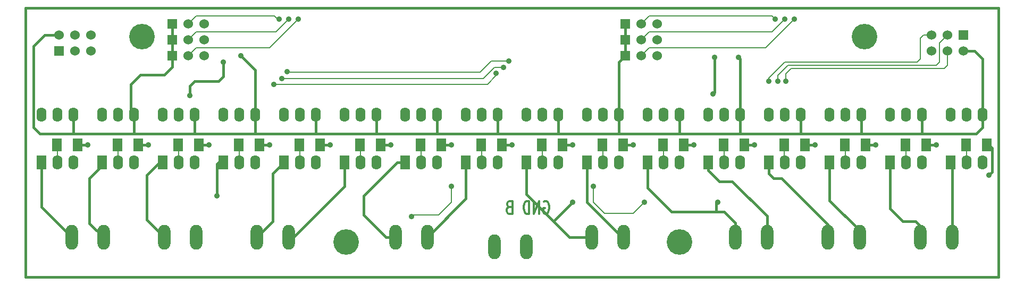
<source format=gbl>
G04 (created by PCBNEW-RS274X (2012-01-19 BZR 3256)-stable) date mar. 15 mai 2012 18:10:56 CEST*
G01*
G70*
G90*
%MOIN*%
G04 Gerber Fmt 3.4, Leading zero omitted, Abs format*
%FSLAX34Y34*%
G04 APERTURE LIST*
%ADD10C,0.006000*%
%ADD11C,0.012000*%
%ADD12C,0.015000*%
%ADD13R,0.060000X0.060000*%
%ADD14C,0.060000*%
%ADD15R,0.062000X0.090000*%
%ADD16O,0.062000X0.090000*%
%ADD17O,0.078000X0.156000*%
%ADD18R,0.060000X0.080000*%
%ADD19C,0.160000*%
%ADD20C,0.035000*%
%ADD21C,0.015900*%
%ADD22C,0.008000*%
G04 APERTURE END LIST*
G54D10*
G54D11*
X62186Y-56962D02*
X62243Y-56924D01*
X62329Y-56924D01*
X62414Y-56962D01*
X62472Y-57038D01*
X62500Y-57114D01*
X62529Y-57267D01*
X62529Y-57381D01*
X62500Y-57533D01*
X62472Y-57610D01*
X62414Y-57686D01*
X62329Y-57724D01*
X62272Y-57724D01*
X62186Y-57686D01*
X62157Y-57648D01*
X62157Y-57381D01*
X62272Y-57381D01*
X61900Y-57724D02*
X61900Y-56924D01*
X61557Y-57724D01*
X61557Y-56924D01*
X61271Y-57724D02*
X61271Y-56924D01*
X61128Y-56924D01*
X61043Y-56962D01*
X60985Y-57038D01*
X60957Y-57114D01*
X60928Y-57267D01*
X60928Y-57381D01*
X60957Y-57533D01*
X60985Y-57610D01*
X61043Y-57686D01*
X61128Y-57724D01*
X61271Y-57724D01*
X60014Y-57305D02*
X59928Y-57343D01*
X59900Y-57381D01*
X59871Y-57457D01*
X59871Y-57571D01*
X59900Y-57648D01*
X59928Y-57686D01*
X59986Y-57724D01*
X60214Y-57724D01*
X60214Y-56924D01*
X60014Y-56924D01*
X59957Y-56962D01*
X59928Y-57000D01*
X59900Y-57076D01*
X59900Y-57152D01*
X59928Y-57229D01*
X59957Y-57267D01*
X60014Y-57305D01*
X60214Y-57305D01*
G54D12*
X90700Y-61700D02*
X90700Y-44800D01*
X29700Y-61700D02*
X90700Y-61700D01*
X29700Y-44800D02*
X29700Y-61700D01*
X90700Y-44800D02*
X29700Y-44800D01*
G54D13*
X67300Y-47800D03*
G54D14*
X68300Y-47800D03*
X69300Y-47800D03*
G54D13*
X67300Y-46800D03*
G54D14*
X68300Y-46800D03*
X69300Y-46800D03*
G54D13*
X67300Y-45800D03*
G54D14*
X68300Y-45800D03*
X69300Y-45800D03*
G54D15*
X61100Y-54500D03*
G54D16*
X62100Y-54500D03*
X63100Y-54500D03*
X63100Y-51500D03*
X62100Y-51500D03*
X61100Y-51500D03*
G54D15*
X64900Y-54500D03*
G54D16*
X65900Y-54500D03*
X66900Y-54500D03*
X66900Y-51500D03*
X65900Y-51500D03*
X64900Y-51500D03*
G54D15*
X68700Y-54500D03*
G54D16*
X69700Y-54500D03*
X70700Y-54500D03*
X70700Y-51500D03*
X69700Y-51500D03*
X68700Y-51500D03*
G54D15*
X72500Y-54500D03*
G54D16*
X73500Y-54500D03*
X74500Y-54500D03*
X74500Y-51500D03*
X73500Y-51500D03*
X72500Y-51500D03*
G54D15*
X76300Y-54500D03*
G54D16*
X77300Y-54500D03*
X78300Y-54500D03*
X78300Y-51500D03*
X77300Y-51500D03*
X76300Y-51500D03*
G54D15*
X80100Y-54500D03*
G54D16*
X81100Y-54500D03*
X82100Y-54500D03*
X82100Y-51500D03*
X81100Y-51500D03*
X80100Y-51500D03*
G54D15*
X83900Y-54500D03*
G54D16*
X84900Y-54500D03*
X85900Y-54500D03*
X85900Y-51500D03*
X84900Y-51500D03*
X83900Y-51500D03*
G54D15*
X87700Y-54500D03*
G54D16*
X88700Y-54500D03*
X89700Y-54500D03*
X89700Y-51500D03*
X88700Y-51500D03*
X87700Y-51500D03*
G54D15*
X30700Y-54500D03*
G54D16*
X31700Y-54500D03*
X32700Y-54500D03*
X32700Y-51500D03*
X31700Y-51500D03*
X30700Y-51500D03*
G54D15*
X34500Y-54500D03*
G54D16*
X35500Y-54500D03*
X36500Y-54500D03*
X36500Y-51500D03*
X35500Y-51500D03*
X34500Y-51500D03*
G54D15*
X38300Y-54500D03*
G54D16*
X39300Y-54500D03*
X40300Y-54500D03*
X40300Y-51500D03*
X39300Y-51500D03*
X38300Y-51500D03*
G54D15*
X42100Y-54500D03*
G54D16*
X43100Y-54500D03*
X44100Y-54500D03*
X44100Y-51500D03*
X43100Y-51500D03*
X42100Y-51500D03*
G54D15*
X45900Y-54500D03*
G54D16*
X46900Y-54500D03*
X47900Y-54500D03*
X47900Y-51500D03*
X46900Y-51500D03*
X45900Y-51500D03*
G54D15*
X49700Y-54500D03*
G54D16*
X50700Y-54500D03*
X51700Y-54500D03*
X51700Y-51500D03*
X50700Y-51500D03*
X49700Y-51500D03*
G54D15*
X53500Y-54500D03*
G54D16*
X54500Y-54500D03*
X55500Y-54500D03*
X55500Y-51500D03*
X54500Y-51500D03*
X53500Y-51500D03*
G54D15*
X57300Y-54500D03*
G54D16*
X58300Y-54500D03*
X59300Y-54500D03*
X59300Y-51500D03*
X58300Y-51500D03*
X57300Y-51500D03*
G54D17*
X52910Y-59200D03*
X54880Y-59200D03*
X44210Y-59200D03*
X46180Y-59200D03*
X38410Y-59200D03*
X40380Y-59200D03*
X32610Y-59200D03*
X34580Y-59200D03*
X85810Y-59200D03*
X87780Y-59200D03*
X80010Y-59200D03*
X81980Y-59200D03*
X74210Y-59200D03*
X76180Y-59200D03*
X65210Y-59200D03*
X67180Y-59200D03*
G54D13*
X31800Y-47500D03*
G54D14*
X31800Y-46500D03*
X32800Y-47500D03*
X32800Y-46500D03*
X33800Y-47500D03*
X33800Y-46500D03*
G54D13*
X88500Y-46500D03*
G54D14*
X88500Y-47500D03*
X87500Y-46500D03*
X87500Y-47500D03*
X86500Y-46500D03*
X86500Y-47500D03*
G54D17*
X59110Y-59800D03*
X61080Y-59800D03*
G54D13*
X38900Y-47800D03*
G54D14*
X39900Y-47800D03*
X40900Y-47800D03*
G54D13*
X38900Y-46800D03*
G54D14*
X39900Y-46800D03*
X40900Y-46800D03*
G54D13*
X38900Y-45800D03*
G54D14*
X39900Y-45800D03*
X40900Y-45800D03*
G54D18*
X58250Y-53400D03*
X59550Y-53400D03*
X54450Y-53400D03*
X55750Y-53400D03*
X50650Y-53400D03*
X51950Y-53400D03*
X46850Y-53400D03*
X48150Y-53400D03*
X43050Y-53400D03*
X44350Y-53400D03*
X39250Y-53400D03*
X40550Y-53400D03*
X35450Y-53400D03*
X36750Y-53400D03*
X31650Y-53400D03*
X32950Y-53400D03*
X88650Y-53400D03*
X89950Y-53400D03*
X84850Y-53400D03*
X86150Y-53400D03*
X81050Y-53400D03*
X82350Y-53400D03*
X77250Y-53400D03*
X78550Y-53400D03*
X73450Y-53400D03*
X74750Y-53400D03*
X69650Y-53400D03*
X70950Y-53400D03*
X65850Y-53400D03*
X67150Y-53400D03*
X62050Y-53400D03*
X63350Y-53400D03*
G54D19*
X37000Y-46600D03*
X82300Y-46600D03*
X70700Y-59500D03*
X49800Y-59500D03*
G54D20*
X72900Y-47900D03*
X72800Y-50200D03*
X40000Y-50300D03*
X42100Y-48200D03*
X59200Y-48900D03*
X45250Y-49600D03*
X76300Y-49400D03*
X73100Y-57000D03*
X64000Y-57000D03*
X41700Y-56600D03*
X45750Y-49250D03*
X59650Y-48550D03*
X76850Y-49400D03*
X60000Y-48150D03*
X77350Y-49400D03*
X46100Y-48800D03*
X43200Y-47800D03*
X74400Y-47900D03*
X45000Y-53400D03*
X60200Y-53400D03*
X33600Y-53400D03*
X71600Y-53400D03*
X90100Y-55300D03*
X83000Y-53400D03*
X41200Y-53400D03*
X79200Y-53400D03*
X75400Y-53400D03*
X67800Y-53400D03*
X64000Y-53400D03*
X86800Y-53400D03*
X37400Y-53400D03*
X48800Y-53400D03*
X56400Y-53400D03*
X52600Y-53400D03*
X68500Y-57000D03*
X65300Y-56000D03*
X46200Y-45500D03*
X77900Y-45500D03*
X76700Y-45500D03*
X56400Y-56000D03*
X53900Y-57900D03*
X77300Y-45500D03*
X45600Y-45500D03*
X46800Y-45500D03*
G54D21*
X72900Y-50100D02*
X72900Y-47900D01*
X72800Y-50200D02*
X72900Y-50100D01*
X40000Y-50300D02*
X40000Y-49700D01*
X40000Y-49700D02*
X40300Y-49400D01*
X40300Y-49400D02*
X41800Y-49400D01*
X41800Y-49400D02*
X42100Y-49100D01*
X42100Y-49100D02*
X42100Y-48200D01*
G54D22*
X58650Y-49600D02*
X59200Y-49050D01*
X59200Y-48900D02*
X59200Y-49050D01*
X58650Y-49600D02*
X45250Y-49600D01*
X76300Y-49400D02*
X76300Y-49200D01*
X86000Y-46500D02*
X86500Y-46500D01*
X85800Y-46700D02*
X86000Y-46500D01*
X85800Y-48000D02*
X85800Y-46700D01*
X85600Y-48200D02*
X85800Y-48000D01*
X77300Y-48200D02*
X85600Y-48200D01*
X76300Y-49200D02*
X77300Y-48200D01*
G54D21*
X57300Y-56780D02*
X54880Y-59200D01*
X57300Y-54500D02*
X57300Y-56780D01*
X53000Y-54500D02*
X50900Y-56600D01*
X52300Y-59200D02*
X52910Y-59200D01*
X50900Y-56600D02*
X50900Y-57800D01*
X50900Y-57800D02*
X52300Y-59200D01*
X53500Y-54500D02*
X53000Y-54500D01*
X81980Y-58780D02*
X80100Y-56900D01*
X80100Y-56900D02*
X80100Y-54500D01*
X81980Y-59200D02*
X81980Y-58780D01*
X77100Y-55500D02*
X76600Y-55500D01*
X80010Y-58410D02*
X77100Y-55500D01*
X76600Y-55500D02*
X76300Y-55200D01*
X76300Y-55200D02*
X76300Y-54500D01*
X80010Y-59200D02*
X80010Y-58410D01*
X76180Y-57880D02*
X74000Y-55700D01*
X73200Y-55700D02*
X72500Y-55000D01*
X76180Y-59200D02*
X76180Y-57880D01*
X72500Y-55000D02*
X72500Y-54500D01*
X74000Y-55700D02*
X73200Y-55700D01*
X74210Y-59200D02*
X74210Y-58310D01*
X73000Y-57600D02*
X70200Y-57600D01*
X73000Y-57100D02*
X73100Y-57000D01*
X74210Y-58310D02*
X73500Y-57600D01*
X68700Y-56100D02*
X68700Y-54500D01*
X70200Y-57600D02*
X68700Y-56100D01*
X73500Y-57600D02*
X73000Y-57600D01*
X73000Y-57600D02*
X73000Y-57100D01*
X67180Y-59200D02*
X67100Y-59200D01*
X67100Y-59200D02*
X64900Y-57000D01*
X64900Y-57000D02*
X64900Y-54500D01*
X62800Y-58200D02*
X64000Y-57000D01*
X62800Y-58200D02*
X61100Y-56500D01*
X63800Y-59200D02*
X62800Y-58200D01*
X65210Y-59200D02*
X63800Y-59200D01*
X61100Y-56500D02*
X61100Y-54500D01*
X46180Y-59200D02*
X46500Y-59200D01*
X49700Y-56000D02*
X49700Y-54500D01*
X46500Y-59200D02*
X49700Y-56000D01*
X45200Y-55200D02*
X45900Y-54500D01*
X44210Y-59190D02*
X45200Y-58200D01*
X45200Y-58200D02*
X45200Y-55200D01*
X44210Y-59200D02*
X44210Y-59190D01*
X41800Y-54500D02*
X41700Y-54600D01*
X41700Y-54600D02*
X41700Y-56600D01*
X42100Y-54500D02*
X41800Y-54500D01*
X37300Y-55300D02*
X37300Y-58090D01*
X38300Y-54500D02*
X38100Y-54500D01*
X37300Y-58090D02*
X38410Y-59200D01*
X38100Y-54500D02*
X37300Y-55300D01*
X34500Y-54500D02*
X34500Y-54700D01*
X33700Y-55500D02*
X33700Y-58320D01*
X33700Y-58320D02*
X34580Y-59200D01*
X34500Y-54700D02*
X33700Y-55500D01*
X30700Y-54500D02*
X30700Y-57290D01*
X30700Y-57290D02*
X32610Y-59200D01*
X87780Y-54580D02*
X87700Y-54500D01*
X87780Y-59200D02*
X87780Y-54580D01*
X85810Y-59200D02*
X85810Y-58510D01*
X83900Y-57400D02*
X83900Y-54500D01*
X85500Y-58200D02*
X84700Y-58200D01*
X84700Y-58200D02*
X83900Y-57400D01*
X85810Y-58510D02*
X85500Y-58200D01*
G54D22*
X59100Y-48550D02*
X59650Y-48550D01*
X58400Y-49250D02*
X45750Y-49250D01*
X58400Y-49250D02*
X59100Y-48550D01*
X76850Y-49400D02*
X76850Y-49050D01*
X87000Y-47000D02*
X87500Y-46500D01*
X87000Y-48200D02*
X87000Y-47000D01*
X86800Y-48400D02*
X87000Y-48200D01*
X77500Y-48400D02*
X86800Y-48400D01*
X76850Y-49050D02*
X77500Y-48400D01*
X77350Y-49400D02*
X77350Y-48950D01*
X87500Y-48400D02*
X87500Y-47500D01*
X87300Y-48600D02*
X87500Y-48400D01*
X77700Y-48600D02*
X87300Y-48600D01*
X77350Y-48950D02*
X77700Y-48600D01*
X60000Y-48150D02*
X58900Y-48150D01*
X58200Y-48850D02*
X46150Y-48850D01*
X46150Y-48850D02*
X46100Y-48800D01*
X58900Y-48150D02*
X58200Y-48850D01*
X77350Y-49400D02*
X77400Y-49400D01*
G54D21*
X44100Y-48700D02*
X44100Y-51500D01*
X30600Y-52700D02*
X30200Y-52300D01*
X82100Y-52700D02*
X85900Y-52700D01*
X78300Y-51500D02*
X78300Y-52700D01*
X38900Y-46800D02*
X38900Y-47800D01*
X37600Y-52700D02*
X40300Y-52700D01*
X44100Y-52700D02*
X47900Y-52700D01*
X74500Y-52700D02*
X78300Y-52700D01*
X63100Y-52700D02*
X63100Y-51500D01*
X63100Y-52700D02*
X66900Y-52700D01*
X78300Y-52700D02*
X82100Y-52700D01*
X59300Y-52700D02*
X63100Y-52700D01*
X40300Y-51500D02*
X40300Y-52700D01*
X36500Y-51500D02*
X36300Y-51300D01*
X38400Y-49000D02*
X38900Y-48500D01*
X74400Y-47900D02*
X74500Y-48000D01*
X40300Y-52700D02*
X44100Y-52700D01*
X36500Y-52700D02*
X36700Y-52700D01*
X67300Y-47800D02*
X66900Y-48200D01*
X59300Y-52700D02*
X59300Y-51500D01*
X66900Y-48200D02*
X66900Y-51500D01*
X47900Y-52700D02*
X51700Y-52700D01*
X85900Y-52700D02*
X89300Y-52700D01*
X89700Y-48000D02*
X89200Y-47500D01*
X30200Y-47200D02*
X30900Y-46500D01*
X47900Y-51500D02*
X47900Y-52700D01*
X74500Y-48000D02*
X74500Y-51500D01*
X30900Y-46500D02*
X31800Y-46500D01*
X32900Y-52700D02*
X36500Y-52700D01*
X32700Y-52700D02*
X30600Y-52700D01*
X55500Y-51500D02*
X55500Y-52700D01*
X70700Y-52700D02*
X70700Y-51500D01*
X66900Y-52700D02*
X70700Y-52700D01*
X36500Y-51500D02*
X36500Y-52700D01*
X70700Y-52700D02*
X74500Y-52700D01*
X36900Y-49000D02*
X38100Y-49000D01*
X85900Y-51500D02*
X85900Y-52700D01*
X38900Y-48500D02*
X38900Y-47800D01*
X66900Y-52700D02*
X66900Y-51500D01*
X51700Y-52700D02*
X55500Y-52700D01*
X51700Y-51500D02*
X51700Y-52700D01*
X67300Y-45800D02*
X67300Y-46800D01*
X36900Y-49000D02*
X36300Y-49600D01*
X32700Y-51500D02*
X32700Y-52700D01*
X89200Y-47500D02*
X88500Y-47500D01*
X89300Y-52700D02*
X89700Y-52300D01*
X32700Y-52700D02*
X32900Y-52700D01*
X44100Y-51500D02*
X44100Y-52700D01*
X43200Y-47800D02*
X44100Y-48700D01*
X89700Y-52300D02*
X89700Y-51500D01*
X82100Y-52700D02*
X82100Y-51500D01*
X36300Y-49600D02*
X36300Y-51300D01*
X38400Y-49000D02*
X38100Y-49000D01*
X36700Y-52700D02*
X37600Y-52700D01*
X30200Y-52300D02*
X30200Y-47200D01*
X89700Y-51500D02*
X89700Y-48000D01*
X38900Y-45800D02*
X38900Y-46800D01*
X55500Y-52700D02*
X59300Y-52700D01*
X74500Y-51500D02*
X74500Y-52700D01*
X67300Y-46800D02*
X67300Y-47800D01*
X45000Y-53400D02*
X44350Y-53400D01*
X32950Y-53400D02*
X33600Y-53400D01*
X59550Y-53400D02*
X60200Y-53400D01*
X86150Y-53400D02*
X86800Y-53400D01*
X90300Y-55100D02*
X90100Y-55300D01*
X90300Y-53600D02*
X90300Y-55100D01*
X90100Y-53400D02*
X90300Y-53600D01*
X74750Y-53400D02*
X75400Y-53400D01*
X70950Y-53400D02*
X71600Y-53400D01*
X67800Y-53400D02*
X67150Y-53400D01*
X82350Y-53400D02*
X83000Y-53400D01*
X64000Y-53400D02*
X63350Y-53400D01*
X78550Y-53400D02*
X79200Y-53400D01*
X40550Y-53400D02*
X41200Y-53400D01*
X36750Y-53400D02*
X37400Y-53400D01*
X89950Y-53400D02*
X90100Y-53400D01*
X55750Y-53400D02*
X56400Y-53400D01*
X48150Y-53400D02*
X48800Y-53400D01*
X51950Y-53400D02*
X52600Y-53400D01*
G54D22*
X77250Y-53400D02*
X77250Y-54450D01*
X77250Y-54450D02*
X77300Y-54500D01*
X88700Y-54500D02*
X88700Y-53450D01*
X88700Y-53450D02*
X88650Y-53400D01*
X65900Y-54500D02*
X65900Y-53450D01*
X65900Y-53450D02*
X65850Y-53400D01*
X65300Y-57000D02*
X66000Y-57700D01*
X65300Y-56000D02*
X65300Y-57000D01*
X67800Y-57700D02*
X68500Y-57000D01*
X66000Y-57700D02*
X67800Y-57700D01*
X40400Y-46300D02*
X45400Y-46300D01*
X39900Y-46800D02*
X40400Y-46300D01*
X46200Y-45500D02*
X45400Y-46300D01*
X77900Y-45500D02*
X76100Y-47300D01*
X68800Y-47300D02*
X68300Y-47800D01*
X76100Y-47300D02*
X68800Y-47300D01*
X76700Y-45500D02*
X76500Y-45300D01*
X68800Y-45300D02*
X68300Y-45800D01*
X76500Y-45300D02*
X68800Y-45300D01*
X56400Y-57000D02*
X56400Y-56000D01*
X54000Y-57800D02*
X55600Y-57800D01*
X55600Y-57800D02*
X56400Y-57000D01*
X53900Y-57900D02*
X54000Y-57800D01*
X69700Y-53450D02*
X69650Y-53400D01*
X69700Y-54500D02*
X69700Y-53450D01*
X31700Y-54500D02*
X31700Y-53450D01*
X31700Y-53450D02*
X31650Y-53400D01*
X43100Y-54500D02*
X43100Y-53450D01*
X43100Y-53450D02*
X43050Y-53400D01*
X73500Y-54500D02*
X73500Y-53450D01*
X73500Y-53450D02*
X73450Y-53400D01*
X35500Y-54500D02*
X35500Y-53450D01*
X35500Y-53450D02*
X35450Y-53400D01*
X39300Y-54500D02*
X39300Y-53450D01*
X39300Y-53450D02*
X39250Y-53400D01*
X84900Y-54500D02*
X84900Y-53450D01*
X84900Y-53450D02*
X84850Y-53400D01*
X62100Y-53450D02*
X62050Y-53400D01*
X62100Y-54500D02*
X62100Y-53450D01*
X81100Y-54500D02*
X81100Y-53450D01*
X81100Y-53450D02*
X81050Y-53400D01*
X50700Y-54500D02*
X50700Y-53450D01*
X50700Y-53450D02*
X50650Y-53400D01*
X54500Y-54500D02*
X54500Y-53450D01*
X54500Y-53450D02*
X54450Y-53400D01*
X68800Y-46300D02*
X68300Y-46800D01*
X69000Y-46300D02*
X68800Y-46300D01*
X76800Y-46000D02*
X76600Y-46200D01*
X76600Y-46200D02*
X76500Y-46300D01*
X76500Y-46300D02*
X69000Y-46300D01*
X77300Y-45500D02*
X76800Y-46000D01*
X40400Y-45300D02*
X45300Y-45300D01*
X45500Y-45500D02*
X45300Y-45300D01*
X39900Y-45800D02*
X40400Y-45300D01*
X45600Y-45500D02*
X45500Y-45500D01*
X39900Y-47800D02*
X40400Y-47300D01*
X46800Y-45500D02*
X45000Y-47300D01*
X45000Y-47300D02*
X40400Y-47300D01*
X46900Y-54500D02*
X46900Y-53450D01*
X46900Y-53450D02*
X46850Y-53400D01*
X58300Y-54500D02*
X58300Y-53450D01*
X58300Y-53450D02*
X58250Y-53400D01*
M02*

</source>
